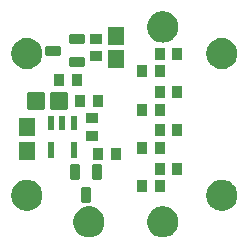
<source format=gbs>
G04 Layer: BottomSolderMaskLayer*
G04 EasyEDA v6.5.38, 2023-11-24 15:43:32*
G04 09673f8317ad448189dc8d57b7b7ae53,9a5be75d700b4a6385dc1106f27949ae,10*
G04 Gerber Generator version 0.2*
G04 Scale: 100 percent, Rotated: No, Reflected: No *
G04 Dimensions in millimeters *
G04 leading zeros omitted , absolute positions ,4 integer and 5 decimal *
%FSLAX45Y45*%
%MOMM*%

%AMMACRO1*1,1,$1,$2,$3*1,1,$1,$4,$5*1,1,$1,0-$2,0-$3*1,1,$1,0-$4,0-$5*20,1,$1,$2,$3,$4,$5,0*20,1,$1,$4,$5,0-$2,0-$3,0*20,1,$1,0-$2,0-$3,0-$4,0-$5,0*20,1,$1,0-$4,0-$5,$2,$3,0*4,1,4,$2,$3,$4,$5,0-$2,0-$3,0-$4,0-$5,$2,$3,0*%
%ADD10MACRO1,0.1016X-0.4032X0.432X-0.4032X-0.432*%
%ADD11MACRO1,0.1016X0.4032X0.432X0.4032X-0.432*%
%ADD12R,1.4516X1.5116*%
%ADD13MACRO1,0.1016X-0.705X0.675X-0.705X-0.675*%
%ADD14MACRO1,0.1016X0.705X0.675X0.705X-0.675*%
%ADD15MACRO1,0.1016X0.4X0.45X-0.4X0.45*%
%ADD16R,1.0016X0.9016*%
%ADD17MACRO1,0.1016X-0.625X-0.35X0.625X-0.35*%
%ADD18MACRO1,0.1016X0.35X-0.625X0.35X0.625*%
%ADD19MACRO1,0.1016X0.4032X-0.432X0.4032X0.432*%
%ADD20MACRO1,0.1016X-0.4032X-0.432X-0.4032X0.432*%
%ADD21MACRO1,0.1016X-0.432X-0.4032X0.432X-0.4032*%
%ADD22MACRO1,0.1016X-0.432X0.4032X0.432X0.4032*%
%ADD23MACRO1,0.1016X-0.245X-0.5785X0.245X-0.5785*%
%ADD24MACRO1,0.1016X-0.245X-0.5875X0.245X-0.5875*%
%ADD25C,0.0151*%

%LPD*%
D10*
G01*
X600325Y-625000D03*
D11*
G01*
X449675Y-625000D03*
D10*
G01*
X1300323Y-874999D03*
D11*
G01*
X1149673Y-874999D03*
D10*
G01*
X1300323Y-1199997D03*
D11*
G01*
X1149673Y-1199997D03*
D10*
G01*
X1300323Y-1524998D03*
D11*
G01*
X1149673Y-1524998D03*
G36*
X1324990Y-1957070D02*
G01*
X1309065Y-1956130D01*
X1293368Y-1953260D01*
X1278153Y-1948484D01*
X1263599Y-1941931D01*
X1249959Y-1933702D01*
X1237386Y-1923872D01*
X1226108Y-1912594D01*
X1216279Y-1900021D01*
X1208049Y-1886381D01*
X1201496Y-1871827D01*
X1196720Y-1856612D01*
X1193850Y-1840915D01*
X1192911Y-1824989D01*
X1193850Y-1809064D01*
X1196720Y-1793367D01*
X1201496Y-1778152D01*
X1208049Y-1763598D01*
X1216279Y-1749958D01*
X1226108Y-1737385D01*
X1237386Y-1726107D01*
X1249959Y-1716278D01*
X1263599Y-1708048D01*
X1278153Y-1701495D01*
X1293368Y-1696720D01*
X1309065Y-1693849D01*
X1324990Y-1692910D01*
X1340916Y-1693849D01*
X1356613Y-1696720D01*
X1371828Y-1701495D01*
X1386382Y-1708048D01*
X1400022Y-1716278D01*
X1412595Y-1726107D01*
X1423873Y-1737385D01*
X1433703Y-1749958D01*
X1441932Y-1763598D01*
X1448485Y-1778152D01*
X1453261Y-1793367D01*
X1456131Y-1809064D01*
X1457070Y-1824989D01*
X1456131Y-1840915D01*
X1453261Y-1856612D01*
X1448485Y-1871827D01*
X1441932Y-1886381D01*
X1433703Y-1900021D01*
X1423873Y-1912594D01*
X1412595Y-1923872D01*
X1400022Y-1933702D01*
X1386382Y-1941931D01*
X1371828Y-1948484D01*
X1356613Y-1953260D01*
X1340916Y-1956130D01*
G37*
G36*
X1824989Y-532079D02*
G01*
X1809064Y-531139D01*
X1793367Y-528269D01*
X1778152Y-523494D01*
X1763598Y-516940D01*
X1749958Y-508711D01*
X1737385Y-498881D01*
X1726107Y-487603D01*
X1716278Y-475030D01*
X1708048Y-461390D01*
X1701495Y-446836D01*
X1696720Y-431622D01*
X1693849Y-415925D01*
X1692910Y-399999D01*
X1693849Y-384073D01*
X1696720Y-368376D01*
X1701495Y-353161D01*
X1708048Y-338607D01*
X1716278Y-324967D01*
X1726107Y-312394D01*
X1737385Y-301117D01*
X1749958Y-291287D01*
X1763598Y-283057D01*
X1778152Y-276504D01*
X1793367Y-271729D01*
X1809064Y-268859D01*
X1824989Y-267919D01*
X1840915Y-268859D01*
X1856612Y-271729D01*
X1871827Y-276504D01*
X1886381Y-283057D01*
X1900021Y-291287D01*
X1912594Y-301117D01*
X1923872Y-312394D01*
X1933702Y-324967D01*
X1941931Y-338607D01*
X1948484Y-353161D01*
X1953259Y-368376D01*
X1956130Y-384073D01*
X1957070Y-399999D01*
X1956130Y-415925D01*
X1953259Y-431622D01*
X1948484Y-446836D01*
X1941931Y-461390D01*
X1933702Y-475030D01*
X1923872Y-487603D01*
X1912594Y-498881D01*
X1900021Y-508711D01*
X1886381Y-516940D01*
X1871827Y-523494D01*
X1856612Y-528269D01*
X1840915Y-531139D01*
G37*
G36*
X1824989Y-1732076D02*
G01*
X1809064Y-1731137D01*
X1793367Y-1728266D01*
X1778152Y-1723491D01*
X1763598Y-1716938D01*
X1749958Y-1708708D01*
X1737385Y-1698879D01*
X1726107Y-1687601D01*
X1716278Y-1675028D01*
X1708048Y-1661388D01*
X1701495Y-1646834D01*
X1696720Y-1631619D01*
X1693849Y-1615922D01*
X1692910Y-1599996D01*
X1693849Y-1584070D01*
X1696720Y-1568373D01*
X1701495Y-1553159D01*
X1708048Y-1538604D01*
X1716278Y-1524965D01*
X1726107Y-1512392D01*
X1737385Y-1501114D01*
X1749958Y-1491284D01*
X1763598Y-1483055D01*
X1778152Y-1476502D01*
X1793367Y-1471726D01*
X1809064Y-1468856D01*
X1824989Y-1467916D01*
X1840915Y-1468856D01*
X1856612Y-1471726D01*
X1871827Y-1476502D01*
X1886381Y-1483055D01*
X1900021Y-1491284D01*
X1912594Y-1501114D01*
X1923872Y-1512392D01*
X1933702Y-1524965D01*
X1941931Y-1538604D01*
X1948484Y-1553159D01*
X1953259Y-1568373D01*
X1956130Y-1584070D01*
X1957070Y-1599996D01*
X1956130Y-1615922D01*
X1953259Y-1631619D01*
X1948484Y-1646834D01*
X1941931Y-1661388D01*
X1933702Y-1675028D01*
X1923872Y-1687601D01*
X1912594Y-1698879D01*
X1900021Y-1708708D01*
X1886381Y-1716938D01*
X1871827Y-1723491D01*
X1856612Y-1728266D01*
X1840915Y-1731137D01*
G37*
G36*
X699998Y-1957070D02*
G01*
X684072Y-1956130D01*
X668375Y-1953260D01*
X653161Y-1948484D01*
X638606Y-1941931D01*
X624967Y-1933702D01*
X612394Y-1923872D01*
X601116Y-1912594D01*
X591286Y-1900021D01*
X583056Y-1886381D01*
X576503Y-1871827D01*
X571728Y-1856612D01*
X568858Y-1840915D01*
X567918Y-1824989D01*
X568858Y-1809064D01*
X571728Y-1793367D01*
X576503Y-1778152D01*
X583056Y-1763598D01*
X591286Y-1749958D01*
X601116Y-1737385D01*
X612394Y-1726107D01*
X624967Y-1716278D01*
X638606Y-1708048D01*
X653161Y-1701495D01*
X668375Y-1696720D01*
X684072Y-1693849D01*
X699998Y-1692910D01*
X715924Y-1693849D01*
X731621Y-1696720D01*
X746836Y-1701495D01*
X761390Y-1708048D01*
X775030Y-1716278D01*
X787603Y-1726107D01*
X798880Y-1737385D01*
X808710Y-1749958D01*
X816940Y-1763598D01*
X823493Y-1778152D01*
X828268Y-1793367D01*
X831138Y-1809064D01*
X832078Y-1824989D01*
X831138Y-1840915D01*
X828268Y-1856612D01*
X823493Y-1871827D01*
X816940Y-1886381D01*
X808710Y-1900021D01*
X798880Y-1912594D01*
X787603Y-1923872D01*
X775030Y-1933702D01*
X761390Y-1941931D01*
X746836Y-1948484D01*
X731621Y-1953260D01*
X715924Y-1956130D01*
G37*
G36*
X1324990Y-307086D02*
G01*
X1309065Y-306146D01*
X1293368Y-303276D01*
X1278153Y-298500D01*
X1263599Y-291947D01*
X1249959Y-283718D01*
X1237386Y-273888D01*
X1226108Y-262610D01*
X1216279Y-250037D01*
X1208049Y-236397D01*
X1201496Y-221843D01*
X1196720Y-206629D01*
X1193850Y-190931D01*
X1192911Y-175005D01*
X1193850Y-159080D01*
X1196720Y-143382D01*
X1201496Y-128168D01*
X1208049Y-113614D01*
X1216279Y-99974D01*
X1226108Y-87401D01*
X1237386Y-76123D01*
X1249959Y-66294D01*
X1263599Y-58064D01*
X1278153Y-51511D01*
X1293368Y-46736D01*
X1309065Y-43865D01*
X1324990Y-42926D01*
X1340916Y-43865D01*
X1356613Y-46736D01*
X1371828Y-51511D01*
X1386382Y-58064D01*
X1400022Y-66294D01*
X1412595Y-76123D01*
X1423873Y-87401D01*
X1433703Y-99974D01*
X1441932Y-113614D01*
X1448485Y-128168D01*
X1453261Y-143382D01*
X1456131Y-159080D01*
X1457070Y-175005D01*
X1456131Y-190931D01*
X1453261Y-206629D01*
X1448485Y-221843D01*
X1441932Y-236397D01*
X1433703Y-250037D01*
X1423873Y-262610D01*
X1412595Y-273888D01*
X1400022Y-283718D01*
X1386382Y-291947D01*
X1371828Y-298500D01*
X1356613Y-303276D01*
X1340916Y-306146D01*
G37*
G36*
X175005Y-1732076D02*
G01*
X159080Y-1731137D01*
X143382Y-1728266D01*
X128168Y-1723491D01*
X113614Y-1716938D01*
X99974Y-1708708D01*
X87401Y-1698879D01*
X76123Y-1687601D01*
X66294Y-1675028D01*
X58064Y-1661388D01*
X51511Y-1646834D01*
X46736Y-1631619D01*
X43865Y-1615922D01*
X42926Y-1599996D01*
X43865Y-1584070D01*
X46736Y-1568373D01*
X51511Y-1553159D01*
X58064Y-1538604D01*
X66294Y-1524965D01*
X76123Y-1512392D01*
X87401Y-1501114D01*
X99974Y-1491284D01*
X113614Y-1483055D01*
X128168Y-1476502D01*
X143382Y-1471726D01*
X159080Y-1468856D01*
X175005Y-1467916D01*
X190931Y-1468856D01*
X206629Y-1471726D01*
X221843Y-1476502D01*
X236397Y-1483055D01*
X250037Y-1491284D01*
X262610Y-1501114D01*
X273888Y-1512392D01*
X283718Y-1524965D01*
X291947Y-1538604D01*
X298500Y-1553159D01*
X303276Y-1568373D01*
X306146Y-1584070D01*
X307086Y-1599996D01*
X306146Y-1615922D01*
X303276Y-1631619D01*
X298500Y-1646834D01*
X291947Y-1661388D01*
X283718Y-1675028D01*
X273888Y-1687601D01*
X262610Y-1698879D01*
X250037Y-1708708D01*
X236397Y-1716938D01*
X221843Y-1723491D01*
X206629Y-1728266D01*
X190931Y-1731137D01*
G37*
G36*
X175005Y-532079D02*
G01*
X159080Y-531139D01*
X143382Y-528269D01*
X128168Y-523494D01*
X113614Y-516940D01*
X99974Y-508711D01*
X87401Y-498881D01*
X76123Y-487603D01*
X66294Y-475030D01*
X58064Y-461390D01*
X51511Y-446836D01*
X46736Y-431622D01*
X43865Y-415925D01*
X42926Y-399999D01*
X43865Y-384073D01*
X46736Y-368376D01*
X51511Y-353161D01*
X58064Y-338607D01*
X66294Y-324967D01*
X76123Y-312394D01*
X87401Y-301117D01*
X99974Y-291287D01*
X113614Y-283057D01*
X128168Y-276504D01*
X143382Y-271729D01*
X159080Y-268859D01*
X175005Y-267919D01*
X190931Y-268859D01*
X206629Y-271729D01*
X221843Y-276504D01*
X236397Y-283057D01*
X250037Y-291287D01*
X262610Y-301117D01*
X273888Y-312394D01*
X283718Y-324967D01*
X291947Y-338607D01*
X298500Y-353161D01*
X303276Y-368376D01*
X306146Y-384073D01*
X307086Y-399999D01*
X306146Y-415925D01*
X303276Y-431622D01*
X298500Y-446836D01*
X291947Y-461390D01*
X283718Y-475030D01*
X273888Y-487603D01*
X262610Y-498881D01*
X250037Y-508711D01*
X236397Y-516940D01*
X221843Y-523494D01*
X206629Y-528269D01*
X190931Y-531139D01*
G37*
D12*
G01*
X931189Y-450011D03*
G01*
X931189Y-250012D03*
G01*
X175005Y-1224991D03*
G01*
X175005Y-1024991D03*
D13*
G01*
X450001Y-799998D03*
D14*
G01*
X249996Y-799998D03*
D15*
G01*
X1304998Y-399999D03*
G01*
X1444998Y-399999D03*
G01*
X1304998Y-724999D03*
G01*
X1444998Y-724999D03*
G01*
X1304998Y-1049997D03*
G01*
X1444998Y-1049997D03*
G01*
X1304998Y-1374998D03*
G01*
X1444998Y-1374998D03*
D16*
G01*
X756183Y-420014D03*
G01*
X756183Y-280009D03*
D17*
G01*
X599887Y-279999D03*
G01*
X599887Y-469990D03*
G01*
X399887Y-374994D03*
D18*
G01*
X580003Y-1399997D03*
G01*
X769994Y-1399997D03*
G01*
X674998Y-1599996D03*
D10*
G01*
X1300323Y-549998D03*
D11*
G01*
X1149673Y-549998D03*
D19*
G01*
X774673Y-1249997D03*
D20*
G01*
X925323Y-1249997D03*
D21*
G01*
X724999Y-949674D03*
D22*
G01*
X724999Y-1100324D03*
D10*
G01*
X775323Y-800000D03*
D11*
G01*
X624673Y-800000D03*
D23*
G01*
X380004Y-984631D03*
G01*
X475000Y-984631D03*
G01*
X569996Y-984631D03*
D24*
G01*
X569996Y-1215364D03*
G01*
X380004Y-1215364D03*
M02*

</source>
